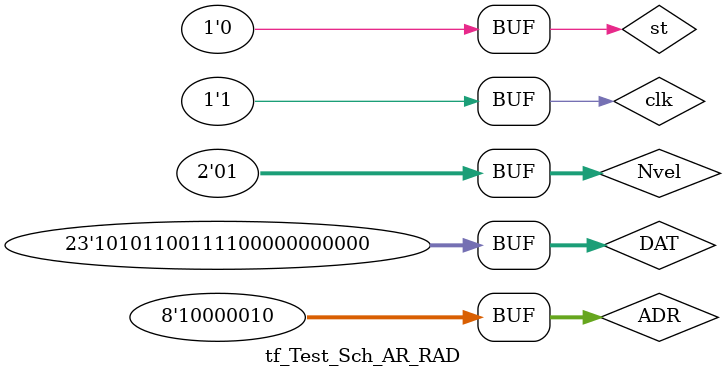
<source format=v>
`timescale 1ns / 1ps


module tf_Test_Sch_AR_RAD;

	// Inputs
	reg clk;
	reg [1:0] Nvel;
	reg [7:0] ADR;
	reg [22:0] DAT;
	reg st;

	// Outputs
	wire ce_tx;
	wire TXD1;
	wire TXD0;
	wire SLP;
	wire en_tx_dat;
	wire T_cp_tx;
	wire FT_tx;
	wire SDAT;
	wire QM;
	wire [5:0] cb_bit_tx;
	wire [5:0] cb_bit_rx;
	wire en_tx_word;
	wire tx_start;
	wire [22:0] sr_dat_rx;
	wire [7:0] sr_adr_rx;
	wire ce_wr;
	wire FT_cp_rx;
	wire [15:0] cb_res;
	//wire t_Inp;
	//wire t_Inp1;
	//wire t_T_cp;
	//wire bound;
	wire ce_tact;
	wire ok_rx;
	wire T_cp_rx;
	wire res;

	// Instantiate the Unit Under Test (UUT)
	Test_Sch_AR_RAD uut (
		.clk(clk), 
		.ce_tx(ce_tx), 
		.Nvel(Nvel), 
		.TXD1(TXD1), 
		.ADR(ADR), 
		.TXD0(TXD0), 
		.DAT(DAT), 
		.SLP(SLP), 
		.st(st), 
		.en_tx_dat(en_tx_dat), 
		.T_cp_tx(T_cp_tx), 
		.FT_tx(FT_tx), 
		.SDAT(SDAT), 
		.QM(QM), 
		.cb_bit_tx(cb_bit_tx), 
		.en_tx_word(en_tx_word), 
		.tx_start(tx_start), 
		.sr_dat_rx(sr_dat_rx), 
		.sr_adr_rx(sr_adr_rx), 
		.ce_wr(ce_wr),
		.cb_bit_rx(cb_bit_rx),
		.FT_cp_rx(FT_cp_rx),
		//.t_T_cp(t_T_cp),
		//.bound(bound),
		//.t_Inp(t_Inp),
		//.t_Inp1(t_Inp1),
		.ce_tact(ce_tact),
		.ok_rx(ok_rx),
		.T_cp_rx(T_cp_rx),
		.res(res),
		.cb_res(cb_res)
	);

	parameter Tclk=20; //Tclk=20ns

	always begin clk=1'b0; #(Tclk/2) clk=1'b1; #(Tclk/2); end
	
	initial begin
		// Initialize Inputs
		st = 0; Nvel = 0; ADR = 0;
		DAT = 0;
		
		#40095; st = 1; Nvel = 1;	ADR = 8'b10000010;
		DAT = 23'h567800;
		
		#20; st = 0;
		// Wait 100 ns for global reset to finish
		#100;
		#400000; st = 1; #20; st = 0;
		#300000; st = 1; #20; st = 0;
		#300000; st = 1; #20; st = 0;
        
		// Add stimulus here
		// Add stimulus here

	end
      
endmodule


</source>
